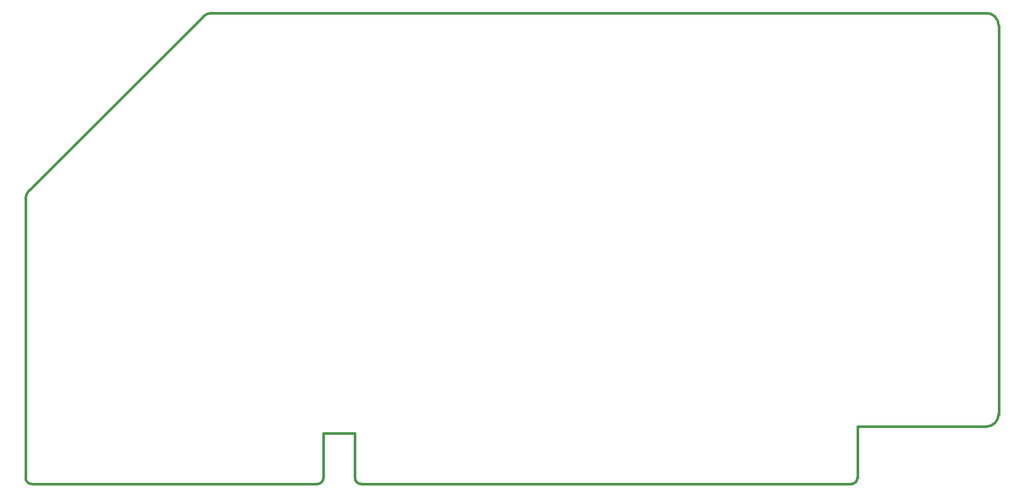
<source format=gm1>
%TF.GenerationSoftware,KiCad,Pcbnew,9.0.3*%
%TF.CreationDate,2025-09-13T21:09:41+03:00*%
%TF.ProjectId,eos,656f732e-6b69-4636-9164-5f7063625858,1.0.2*%
%TF.SameCoordinates,Original*%
%TF.FileFunction,Profile,NP*%
%FSLAX46Y46*%
G04 Gerber Fmt 4.6, Leading zero omitted, Abs format (unit mm)*
G04 Created by KiCad (PCBNEW 9.0.3) date 2025-09-13 21:09:41*
%MOMM*%
%LPD*%
G01*
G04 APERTURE LIST*
%TA.AperFunction,Profile*%
%ADD10C,0.381000*%
%TD*%
G04 APERTURE END LIST*
D10*
X127000000Y-106100000D02*
X127000000Y-113300000D01*
X231150000Y-103000000D02*
X231150000Y-40000000D01*
X229150000Y-105000000D02*
X208300000Y-105000000D01*
X127000000Y-106100000D02*
X121900000Y-106100000D01*
X103828427Y-38000000D02*
X229150000Y-38000000D01*
X121900000Y-106100000D02*
X121900000Y-113300000D01*
X208300000Y-105000000D02*
X208300000Y-113300000D01*
X74700000Y-114300000D02*
X120900000Y-114300000D01*
X128000000Y-114300000D02*
X207300000Y-114300000D01*
X102414213Y-38585787D02*
X74285786Y-66714214D01*
X231150000Y-103000000D02*
G75*
G02*
X229150000Y-105000000I-2000000J0D01*
G01*
X73700000Y-68128427D02*
G75*
G02*
X74285793Y-66714221I1999900J27D01*
G01*
X121900000Y-113300000D02*
G75*
G02*
X120900000Y-114300000I-1000000J0D01*
G01*
X208300000Y-113300000D02*
G75*
G02*
X207300000Y-114300000I-1000000J0D01*
G01*
X229150000Y-38000000D02*
G75*
G02*
X231150000Y-40000000I0J-2000000D01*
G01*
X74700000Y-114300000D02*
G75*
G02*
X73700000Y-113300000I0J1000000D01*
G01*
X73700000Y-68128427D02*
X73700000Y-113300000D01*
X128000000Y-114300000D02*
G75*
G02*
X127000000Y-113300000I0J1000000D01*
G01*
X102414213Y-38585787D02*
G75*
G02*
X103828427Y-37999978I1414287J-1414313D01*
G01*
M02*

</source>
